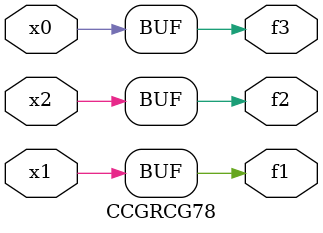
<source format=v>
module CCGRCG78(
	input x0, x1, x2,
	output f1, f2, f3
);
	assign f1 = x1;
	assign f2 = x2;
	assign f3 = x0;
endmodule

</source>
